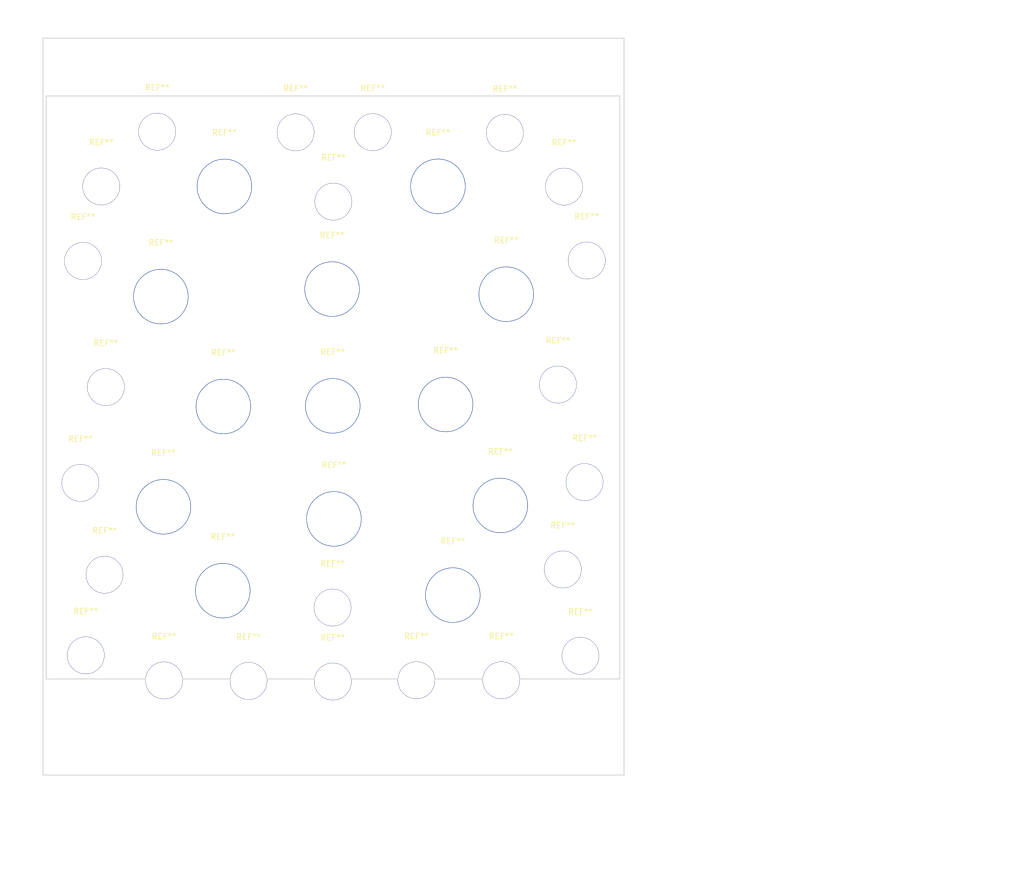
<source format=kicad_pcb>
(kicad_pcb (version 20171130) (host pcbnew 5.0.2+dfsg1-1)

  (general
    (thickness 1.6)
    (drawings 64)
    (tracks 0)
    (zones 0)
    (modules 36)
    (nets 1)
  )

  (page A4)
  (layers
    (0 F.Cu signal)
    (31 B.Cu signal)
    (32 B.Adhes user)
    (33 F.Adhes user)
    (34 B.Paste user)
    (35 F.Paste user)
    (36 B.SilkS user)
    (37 F.SilkS user)
    (38 B.Mask user)
    (39 F.Mask user)
    (40 Dwgs.User user)
    (41 Cmts.User user)
    (42 Eco1.User user)
    (43 Eco2.User user)
    (44 Edge.Cuts user)
    (45 Margin user)
    (46 B.CrtYd user)
    (47 F.CrtYd user)
    (48 B.Fab user)
    (49 F.Fab user)
  )

  (setup
    (last_trace_width 0.25)
    (trace_clearance 0.2)
    (zone_clearance 0.508)
    (zone_45_only no)
    (trace_min 0.2)
    (segment_width 0.2)
    (edge_width 0.15)
    (via_size 0.8)
    (via_drill 0.4)
    (via_min_size 0.4)
    (via_min_drill 0.3)
    (uvia_size 0.3)
    (uvia_drill 0.1)
    (uvias_allowed no)
    (uvia_min_size 0.2)
    (uvia_min_drill 0.1)
    (pcb_text_width 0.3)
    (pcb_text_size 1.5 1.5)
    (mod_edge_width 0.15)
    (mod_text_size 1 1)
    (mod_text_width 0.15)
    (pad_size 1.524 1.524)
    (pad_drill 0.762)
    (pad_to_mask_clearance 0.051)
    (solder_mask_min_width 0.25)
    (aux_axis_origin 0 0)
    (visible_elements FFFFF77F)
    (pcbplotparams
      (layerselection 0x010fc_ffffffff)
      (usegerberextensions false)
      (usegerberattributes false)
      (usegerberadvancedattributes false)
      (creategerberjobfile false)
      (excludeedgelayer true)
      (linewidth 0.050000)
      (plotframeref false)
      (viasonmask false)
      (mode 1)
      (useauxorigin false)
      (hpglpennumber 1)
      (hpglpenspeed 20)
      (hpglpendiameter 15.000000)
      (psnegative false)
      (psa4output false)
      (plotreference true)
      (plotvalue true)
      (plotinvisibletext false)
      (padsonsilk false)
      (subtractmaskfromsilk false)
      (outputformat 1)
      (mirror false)
      (drillshape 1)
      (scaleselection 1)
      (outputdirectory ""))
  )

  (net 0 "")

  (net_class Default "This is the default net class."
    (clearance 0.2)
    (trace_width 0.25)
    (via_dia 0.8)
    (via_drill 0.4)
    (uvia_dia 0.3)
    (uvia_drill 0.1)
  )

  (module Mounting_Holes:MountingHole_6.4mm_M6 (layer F.Cu) (tedit 5D88B688) (tstamp 5FECF071)
    (at 137.42 159.33)
    (descr "Mounting Hole 6.4mm, no annular, M6")
    (tags "mounting hole 6.4mm no annular m6")
    (fp_text reference REF** (at 0 -7.4) (layer F.SilkS)
      (effects (font (size 1 1) (thickness 0.15)))
    )
    (fp_text value MountingHole_6.4mm_M6 (at 0 7.4) (layer F.Fab)
      (effects (font (size 1 1) (thickness 0.15)))
    )
    (fp_circle (center 0 0) (end 6.4 0) (layer Cmts.User) (width 0.15))
    (fp_circle (center 0 0) (end 6.65 0) (layer F.CrtYd) (width 0.05))
    (pad "" thru_hole circle (at 0 0.28) (size 6.5 6.5) (drill 6.4) (layers *.Cu *.Mask))
  )

  (module Mounting_Holes:MountingHole_6.4mm_M6 (layer F.Cu) (tedit 5D88B688) (tstamp 5FECF05D)
    (at 108.15 159.45)
    (descr "Mounting Hole 6.4mm, no annular, M6")
    (tags "mounting hole 6.4mm no annular m6")
    (fp_text reference REF** (at 0 -7.4) (layer F.SilkS)
      (effects (font (size 1 1) (thickness 0.15)))
    )
    (fp_text value MountingHole_6.4mm_M6 (at 0 7.4) (layer F.Fab)
      (effects (font (size 1 1) (thickness 0.15)))
    )
    (fp_circle (center 0 0) (end 6.65 0) (layer F.CrtYd) (width 0.05))
    (fp_circle (center 0 0) (end 6.4 0) (layer Cmts.User) (width 0.15))
    (pad "" thru_hole circle (at 0 0.28) (size 6.5 6.5) (drill 6.4) (layers *.Cu *.Mask))
  )

  (module Mounting_Holes:MountingHole_6.4mm_M6 (layer F.Cu) (tedit 5D88B688) (tstamp 5FF7A141)
    (at 129.82 63.72)
    (descr "Mounting Hole 6.4mm, no annular, M6")
    (tags "mounting hole 6.4mm no annular m6")
    (fp_text reference REF** (at 0 -7.4) (layer F.SilkS)
      (effects (font (size 1 1) (thickness 0.15)))
    )
    (fp_text value MountingHole_6.4mm_M6 (at 0 7.4) (layer F.Fab)
      (effects (font (size 1 1) (thickness 0.15)))
    )
    (fp_circle (center 0 0) (end 6.4 0) (layer Cmts.User) (width 0.15))
    (fp_circle (center 0 0) (end 6.65 0) (layer F.CrtYd) (width 0.05))
    (pad "" thru_hole circle (at 0 0.28) (size 6.5 6.5) (drill 6.4) (layers *.Cu *.Mask))
  )

  (module Mounting_Holes:MountingHole_6.4mm_M6 (layer F.Cu) (tedit 5D88B688) (tstamp 5FECFFDD)
    (at 166.05 155.06)
    (descr "Mounting Hole 6.4mm, no annular, M6")
    (tags "mounting hole 6.4mm no annular m6")
    (fp_text reference REF** (at 0 -7.4) (layer F.SilkS)
      (effects (font (size 1 1) (thickness 0.15)))
    )
    (fp_text value MountingHole_6.4mm_M6 (at 0 7.4) (layer F.Fab)
      (effects (font (size 1 1) (thickness 0.15)))
    )
    (fp_circle (center 0 0) (end 6.4 0) (layer Cmts.User) (width 0.15))
    (fp_circle (center 0 0) (end 6.65 0) (layer F.CrtYd) (width 0.05))
    (pad "" thru_hole circle (at 0 0.28) (size 6.5 6.5) (drill 6.4) (layers *.Cu *.Mask))
  )

  (module Mounting_Holes:MountingHole_6.4mm_M6 (layer F.Cu) (tedit 5D88B688) (tstamp 5FECFFD0)
    (at 152.23 159.33)
    (descr "Mounting Hole 6.4mm, no annular, M6")
    (tags "mounting hole 6.4mm no annular m6")
    (fp_text reference REF** (at 0 -7.4) (layer F.SilkS)
      (effects (font (size 1 1) (thickness 0.15)))
    )
    (fp_text value MountingHole_6.4mm_M6 (at 0 7.4) (layer F.Fab)
      (effects (font (size 1 1) (thickness 0.15)))
    )
    (fp_circle (center 0 0) (end 6.65 0) (layer F.CrtYd) (width 0.05))
    (fp_circle (center 0 0) (end 6.4 0) (layer Cmts.User) (width 0.15))
    (pad "" thru_hole circle (at 0 0.28) (size 6.5 6.5) (drill 6.4) (layers *.Cu *.Mask))
  )

  (module Mounting_Holes:MountingHole_6.4mm_M6 (layer F.Cu) (tedit 5D88B688) (tstamp 5FECFFA8)
    (at 93.4 159.36)
    (descr "Mounting Hole 6.4mm, no annular, M6")
    (tags "mounting hole 6.4mm no annular m6")
    (fp_text reference REF** (at 0 -7.4) (layer F.SilkS)
      (effects (font (size 1 1) (thickness 0.15)))
    )
    (fp_text value MountingHole_6.4mm_M6 (at 0 7.4) (layer F.Fab)
      (effects (font (size 1 1) (thickness 0.15)))
    )
    (fp_circle (center 0 0) (end 6.4 0) (layer Cmts.User) (width 0.15))
    (fp_circle (center 0 0) (end 6.65 0) (layer F.CrtYd) (width 0.05))
    (pad "" thru_hole circle (at 0 0.28) (size 6.5 6.5) (drill 6.4) (layers *.Cu *.Mask))
  )

  (module Mounting_Holes:MountingHole_6.4mm_M6 (layer F.Cu) (tedit 5D88B688) (tstamp 5FECFF9B)
    (at 79.75 154.98)
    (descr "Mounting Hole 6.4mm, no annular, M6")
    (tags "mounting hole 6.4mm no annular m6")
    (fp_text reference REF** (at 0 -7.4) (layer F.SilkS)
      (effects (font (size 1 1) (thickness 0.15)))
    )
    (fp_text value MountingHole_6.4mm_M6 (at 0 7.4) (layer F.Fab)
      (effects (font (size 1 1) (thickness 0.15)))
    )
    (fp_circle (center 0 0) (end 6.65 0) (layer F.CrtYd) (width 0.05))
    (fp_circle (center 0 0) (end 6.4 0) (layer Cmts.User) (width 0.15))
    (pad "" thru_hole circle (at 0 0.28) (size 6.5 6.5) (drill 6.4) (layers *.Cu *.Mask))
  )

  (module Mounting_Holes:MountingHole_6.4mm_M6 (layer F.Cu) (tedit 5D88B688) (tstamp 5FECF572)
    (at 163.18 73.21)
    (descr "Mounting Hole 6.4mm, no annular, M6")
    (tags "mounting hole 6.4mm no annular m6")
    (fp_text reference REF** (at 0 -7.4) (layer F.SilkS)
      (effects (font (size 1 1) (thickness 0.15)))
    )
    (fp_text value MountingHole_6.4mm_M6 (at 0 7.4) (layer F.Fab)
      (effects (font (size 1 1) (thickness 0.15)))
    )
    (fp_circle (center 0 0) (end 6.65 0) (layer F.CrtYd) (width 0.05))
    (fp_circle (center 0 0) (end 6.4 0) (layer Cmts.User) (width 0.15))
    (pad "" thru_hole circle (at 0 0.28) (size 6.5 6.5) (drill 6.4) (layers *.Cu *.Mask))
  )

  (module Mounting_Holes:MountingHole_6.4mm_M6 (layer F.Cu) (tedit 5D88B688) (tstamp 5FECF565)
    (at 82.45 73.19)
    (descr "Mounting Hole 6.4mm, no annular, M6")
    (tags "mounting hole 6.4mm no annular m6")
    (fp_text reference REF** (at 0 -7.4) (layer F.SilkS)
      (effects (font (size 1 1) (thickness 0.15)))
    )
    (fp_text value MountingHole_6.4mm_M6 (at 0 7.4) (layer F.Fab)
      (effects (font (size 1 1) (thickness 0.15)))
    )
    (fp_circle (center 0 0) (end 6.4 0) (layer Cmts.User) (width 0.15))
    (fp_circle (center 0 0) (end 6.65 0) (layer F.CrtYd) (width 0.05))
    (pad "" thru_hole circle (at 0 0.28) (size 6.5 6.5) (drill 6.4) (layers *.Cu *.Mask))
  )

  (module Mounting_Holes:MountingHole_6.4mm_M6 (layer F.Cu) (tedit 5D88B688) (tstamp 5FECF535)
    (at 122.84 159.55)
    (descr "Mounting Hole 6.4mm, no annular, M6")
    (tags "mounting hole 6.4mm no annular m6")
    (fp_text reference REF** (at 0 -7.4) (layer F.SilkS)
      (effects (font (size 1 1) (thickness 0.15)))
    )
    (fp_text value MountingHole_6.4mm_M6 (at 0 7.4) (layer F.Fab)
      (effects (font (size 1 1) (thickness 0.15)))
    )
    (fp_circle (center 0 0) (end 6.4 0) (layer Cmts.User) (width 0.15))
    (fp_circle (center 0 0) (end 6.65 0) (layer F.CrtYd) (width 0.05))
    (pad "" thru_hole circle (at 0 0.28) (size 6.5 6.5) (drill 6.4) (layers *.Cu *.Mask))
  )

  (module Mounting_Holes:MountingHole_6.4mm_M6 (layer F.Cu) (tedit 5D88B688) (tstamp 5FECF443)
    (at 79.27 86.18)
    (descr "Mounting Hole 6.4mm, no annular, M6")
    (tags "mounting hole 6.4mm no annular m6")
    (fp_text reference REF** (at 0 -7.4) (layer F.SilkS)
      (effects (font (size 1 1) (thickness 0.15)))
    )
    (fp_text value MountingHole_6.4mm_M6 (at 0 7.4) (layer F.Fab)
      (effects (font (size 1 1) (thickness 0.15)))
    )
    (fp_circle (center 0 0) (end 6.4 0) (layer Cmts.User) (width 0.15))
    (fp_circle (center 0 0) (end 6.65 0) (layer F.CrtYd) (width 0.05))
    (pad "" thru_hole circle (at 0 0.28) (size 6.5 6.5) (drill 6.4) (layers *.Cu *.Mask))
  )

  (module Mounting_Holes:MountingHole_6.4mm_M6 (layer F.Cu) (tedit 5D88B688) (tstamp 5FECF436)
    (at 167.14 86.1)
    (descr "Mounting Hole 6.4mm, no annular, M6")
    (tags "mounting hole 6.4mm no annular m6")
    (fp_text reference REF** (at 0 -7.4) (layer F.SilkS)
      (effects (font (size 1 1) (thickness 0.15)))
    )
    (fp_text value MountingHole_6.4mm_M6 (at 0 7.4) (layer F.Fab)
      (effects (font (size 1 1) (thickness 0.15)))
    )
    (fp_circle (center 0 0) (end 6.65 0) (layer F.CrtYd) (width 0.05))
    (fp_circle (center 0 0) (end 6.4 0) (layer Cmts.User) (width 0.15))
    (pad "" thru_hole circle (at 0 0.28) (size 6.5 6.5) (drill 6.4) (layers *.Cu *.Mask))
  )

  (module Mounting_Holes:MountingHole_6.4mm_M6 (layer F.Cu) (tedit 5D88B688) (tstamp 5FECF131)
    (at 116.35 63.75)
    (descr "Mounting Hole 6.4mm, no annular, M6")
    (tags "mounting hole 6.4mm no annular m6")
    (fp_text reference REF** (at 0 -7.4) (layer F.SilkS)
      (effects (font (size 1 1) (thickness 0.15)))
    )
    (fp_text value MountingHole_6.4mm_M6 (at 0 7.4) (layer F.Fab)
      (effects (font (size 1 1) (thickness 0.15)))
    )
    (fp_circle (center 0 0) (end 6.65 0) (layer F.CrtYd) (width 0.05))
    (fp_circle (center 0 0) (end 6.4 0) (layer Cmts.User) (width 0.15))
    (pad "" thru_hole circle (at 0 0.28) (size 6.5 6.5) (drill 6.4) (layers *.Cu *.Mask))
  )

  (module Mounting_Holes:MountingHole_6.4mm_M6 (layer F.Cu) (tedit 5D88B688) (tstamp 5FEC9424)
    (at 122.8 146.64)
    (descr "Mounting Hole 6.4mm, no annular, M6")
    (tags "mounting hole 6.4mm no annular m6")
    (fp_text reference REF** (at 0 -7.4) (layer F.SilkS)
      (effects (font (size 1 1) (thickness 0.15)))
    )
    (fp_text value MountingHole_6.4mm_M6 (at 0 7.4) (layer F.Fab)
      (effects (font (size 1 1) (thickness 0.15)))
    )
    (fp_circle (center 0 0) (end 6.65 0) (layer F.CrtYd) (width 0.05))
    (fp_circle (center 0 0) (end 6.4 0) (layer Cmts.User) (width 0.15))
    (pad "" thru_hole circle (at 0 0.28) (size 6.5 6.5) (drill 6.4) (layers *.Cu *.Mask))
  )

  (module Mounting_Holes:MountingHole_6.4mm_M6 (layer F.Cu) (tedit 5D88B688) (tstamp 5FEC9402)
    (at 166.76 124.76)
    (descr "Mounting Hole 6.4mm, no annular, M6")
    (tags "mounting hole 6.4mm no annular m6")
    (fp_text reference REF** (at 0 -7.4) (layer F.SilkS)
      (effects (font (size 1 1) (thickness 0.15)))
    )
    (fp_text value MountingHole_6.4mm_M6 (at 0 7.4) (layer F.Fab)
      (effects (font (size 1 1) (thickness 0.15)))
    )
    (fp_circle (center 0 0) (end 6.4 0) (layer Cmts.User) (width 0.15))
    (fp_circle (center 0 0) (end 6.65 0) (layer F.CrtYd) (width 0.05))
    (pad "" thru_hole circle (at 0 0.28) (size 6.5 6.5) (drill 6.4) (layers *.Cu *.Mask))
  )

  (module Mounting_Holes:MountingHole_6.4mm_M6 (layer F.Cu) (tedit 5D88B688) (tstamp 5FEC93F5)
    (at 78.81 124.9)
    (descr "Mounting Hole 6.4mm, no annular, M6")
    (tags "mounting hole 6.4mm no annular m6")
    (fp_text reference REF** (at 0 -7.4) (layer F.SilkS)
      (effects (font (size 1 1) (thickness 0.15)))
    )
    (fp_text value MountingHole_6.4mm_M6 (at 0 7.4) (layer F.Fab)
      (effects (font (size 1 1) (thickness 0.15)))
    )
    (fp_circle (center 0 0) (end 6.65 0) (layer F.CrtYd) (width 0.05))
    (fp_circle (center 0 0) (end 6.4 0) (layer Cmts.User) (width 0.15))
    (pad "" thru_hole circle (at 0 0.28) (size 6.5 6.5) (drill 6.4) (layers *.Cu *.Mask))
  )

  (module Mounting_Holes:MountingHole_6.4mm_M6 (layer F.Cu) (tedit 5D88B688) (tstamp 5FEC93E8)
    (at 83.25 108.19)
    (descr "Mounting Hole 6.4mm, no annular, M6")
    (tags "mounting hole 6.4mm no annular m6")
    (fp_text reference REF** (at 0 -7.4) (layer F.SilkS)
      (effects (font (size 1 1) (thickness 0.15)))
    )
    (fp_text value MountingHole_6.4mm_M6 (at 0 7.4) (layer F.Fab)
      (effects (font (size 1 1) (thickness 0.15)))
    )
    (fp_circle (center 0 0) (end 6.4 0) (layer Cmts.User) (width 0.15))
    (fp_circle (center 0 0) (end 6.65 0) (layer F.CrtYd) (width 0.05))
    (pad "" thru_hole circle (at 0 0.28) (size 6.5 6.5) (drill 6.4) (layers *.Cu *.Mask))
  )

  (module Mounting_Holes:MountingHole_6.4mm_M6 (layer F.Cu) (tedit 5D88B688) (tstamp 5FEC93DB)
    (at 162.12 107.74)
    (descr "Mounting Hole 6.4mm, no annular, M6")
    (tags "mounting hole 6.4mm no annular m6")
    (fp_text reference REF** (at 0 -7.4) (layer F.SilkS)
      (effects (font (size 1 1) (thickness 0.15)))
    )
    (fp_text value MountingHole_6.4mm_M6 (at 0 7.4) (layer F.Fab)
      (effects (font (size 1 1) (thickness 0.15)))
    )
    (fp_circle (center 0 0) (end 6.65 0) (layer F.CrtYd) (width 0.05))
    (fp_circle (center 0 0) (end 6.4 0) (layer Cmts.User) (width 0.15))
    (pad "" thru_hole circle (at 0 0.28) (size 6.5 6.5) (drill 6.4) (layers *.Cu *.Mask))
  )

  (module Mounting_Holes:MountingHole_6.4mm_M6 (layer F.Cu) (tedit 5D88B688) (tstamp 5FEC93CE)
    (at 122.94 75.83)
    (descr "Mounting Hole 6.4mm, no annular, M6")
    (tags "mounting hole 6.4mm no annular m6")
    (fp_text reference REF** (at 0 -7.4) (layer F.SilkS)
      (effects (font (size 1 1) (thickness 0.15)))
    )
    (fp_text value MountingHole_6.4mm_M6 (at 0 7.4) (layer F.Fab)
      (effects (font (size 1 1) (thickness 0.15)))
    )
    (fp_circle (center 0 0) (end 6.4 0) (layer Cmts.User) (width 0.15))
    (fp_circle (center 0 0) (end 6.65 0) (layer F.CrtYd) (width 0.05))
    (pad "" thru_hole circle (at 0 0.28) (size 6.5 6.5) (drill 6.4) (layers *.Cu *.Mask))
  )

  (module Mounting_Holes:MountingHole_6.4mm_M6 (layer F.Cu) (tedit 5D88B688) (tstamp 5FEC93BA)
    (at 83.02 140.91)
    (descr "Mounting Hole 6.4mm, no annular, M6")
    (tags "mounting hole 6.4mm no annular m6")
    (fp_text reference REF** (at 0 -7.4) (layer F.SilkS)
      (effects (font (size 1 1) (thickness 0.15)))
    )
    (fp_text value MountingHole_6.4mm_M6 (at 0 7.4) (layer F.Fab)
      (effects (font (size 1 1) (thickness 0.15)))
    )
    (fp_circle (center 0 0) (end 6.4 0) (layer Cmts.User) (width 0.15))
    (fp_circle (center 0 0) (end 6.65 0) (layer F.CrtYd) (width 0.05))
    (pad "" thru_hole circle (at 0 0.28) (size 6.5 6.5) (drill 6.4) (layers *.Cu *.Mask))
  )

  (module Mounting_Holes:MountingHole_6.4mm_M6 (layer F.Cu) (tedit 5D88B688) (tstamp 5FEC93AD)
    (at 162.96 140)
    (descr "Mounting Hole 6.4mm, no annular, M6")
    (tags "mounting hole 6.4mm no annular m6")
    (fp_text reference REF** (at 0 -7.4) (layer F.SilkS)
      (effects (font (size 1 1) (thickness 0.15)))
    )
    (fp_text value MountingHole_6.4mm_M6 (at 0 7.4) (layer F.Fab)
      (effects (font (size 1 1) (thickness 0.15)))
    )
    (fp_circle (center 0 0) (end 6.65 0) (layer F.CrtYd) (width 0.05))
    (fp_circle (center 0 0) (end 6.4 0) (layer Cmts.User) (width 0.15))
    (pad "" thru_hole circle (at 0 0.28) (size 6.5 6.5) (drill 6.4) (layers *.Cu *.Mask))
  )

  (module Mounting_Holes:MountingHole_6.4mm_M6 (layer F.Cu) (tedit 5D88B688) (tstamp 5FEC9392)
    (at 152.86 63.84)
    (descr "Mounting Hole 6.4mm, no annular, M6")
    (tags "mounting hole 6.4mm no annular m6")
    (fp_text reference REF** (at 0 -7.4) (layer F.SilkS)
      (effects (font (size 1 1) (thickness 0.15)))
    )
    (fp_text value MountingHole_6.4mm_M6 (at 0 7.4) (layer F.Fab)
      (effects (font (size 1 1) (thickness 0.15)))
    )
    (fp_circle (center 0 0) (end 6.4 0) (layer Cmts.User) (width 0.15))
    (fp_circle (center 0 0) (end 6.65 0) (layer F.CrtYd) (width 0.05))
    (pad "" thru_hole circle (at 0 0.28) (size 6.5 6.5) (drill 6.4) (layers *.Cu *.Mask))
  )

  (module Mounting_Holes:MountingHole_8.4mm_M8 (layer F.Cu) (tedit 5FEC5CDA) (tstamp 5FEC8265)
    (at 93.3 129.35)
    (descr "Mounting Hole 8.4mm, no annular, M8")
    (tags "mounting hole 8.4mm no annular m8")
    (fp_text reference REF** (at 0 -9.4) (layer F.SilkS)
      (effects (font (size 1 1) (thickness 0.15)))
    )
    (fp_text value MountingHole_8.4mm_M8 (at 0 9.4) (layer F.Fab)
      (effects (font (size 1 1) (thickness 0.15)))
    )
    (fp_circle (center 0 0) (end 8.4 0) (layer Cmts.User) (width 0.15))
    (fp_circle (center 0 0) (end 8.65 0) (layer F.CrtYd) (width 0.05))
    (pad "" np_thru_hole circle (at 0 0) (size 9.6 9.6) (drill 9.4) (layers *.Cu *.Mask))
  )

  (module Mounting_Holes:MountingHole_8.4mm_M8 (layer F.Cu) (tedit 5FEC5CDA) (tstamp 5FEC8251)
    (at 152.07 129.11)
    (descr "Mounting Hole 8.4mm, no annular, M8")
    (tags "mounting hole 8.4mm no annular m8")
    (fp_text reference REF** (at 0 -9.4) (layer F.SilkS)
      (effects (font (size 1 1) (thickness 0.15)))
    )
    (fp_text value MountingHole_8.4mm_M8 (at 0 9.4) (layer F.Fab)
      (effects (font (size 1 1) (thickness 0.15)))
    )
    (fp_circle (center 0 0) (end 8.65 0) (layer F.CrtYd) (width 0.05))
    (fp_circle (center 0 0) (end 8.4 0) (layer Cmts.User) (width 0.15))
    (pad "" np_thru_hole circle (at 0 0) (size 9.6 9.6) (drill 9.4) (layers *.Cu *.Mask))
  )

  (module Mounting_Holes:MountingHole_8.4mm_M8 (layer F.Cu) (tedit 5FEC5CDA) (tstamp 5FEC8244)
    (at 153.1 92.26)
    (descr "Mounting Hole 8.4mm, no annular, M8")
    (tags "mounting hole 8.4mm no annular m8")
    (fp_text reference REF** (at 0 -9.4) (layer F.SilkS)
      (effects (font (size 1 1) (thickness 0.15)))
    )
    (fp_text value MountingHole_8.4mm_M8 (at 0 9.4) (layer F.Fab)
      (effects (font (size 1 1) (thickness 0.15)))
    )
    (fp_circle (center 0 0) (end 8.4 0) (layer Cmts.User) (width 0.15))
    (fp_circle (center 0 0) (end 8.65 0) (layer F.CrtYd) (width 0.05))
    (pad "" np_thru_hole circle (at 0 0) (size 9.6 9.6) (drill 9.4) (layers *.Cu *.Mask))
  )

  (module Mounting_Holes:MountingHole_8.4mm_M8 (layer F.Cu) (tedit 5FEC5CDA) (tstamp 5FEC7A7E)
    (at 92.85 92.68)
    (descr "Mounting Hole 8.4mm, no annular, M8")
    (tags "mounting hole 8.4mm no annular m8")
    (fp_text reference REF** (at 0 -9.4) (layer F.SilkS)
      (effects (font (size 1 1) (thickness 0.15)))
    )
    (fp_text value MountingHole_8.4mm_M8 (at 0 9.4) (layer F.Fab)
      (effects (font (size 1 1) (thickness 0.15)))
    )
    (fp_circle (center 0 0) (end 8.65 0) (layer F.CrtYd) (width 0.05))
    (fp_circle (center 0 0) (end 8.4 0) (layer Cmts.User) (width 0.15))
    (pad "" np_thru_hole circle (at 0 0) (size 9.6 9.6) (drill 9.4) (layers *.Cu *.Mask))
  )

  (module Mounting_Holes:MountingHole_8.4mm_M8 (layer F.Cu) (tedit 5FEC5CDA) (tstamp 5FEC77DC)
    (at 103.65 143.98)
    (descr "Mounting Hole 8.4mm, no annular, M8")
    (tags "mounting hole 8.4mm no annular m8")
    (fp_text reference REF** (at 0 -9.4) (layer F.SilkS)
      (effects (font (size 1 1) (thickness 0.15)))
    )
    (fp_text value MountingHole_8.4mm_M8 (at 0 9.4) (layer F.Fab)
      (effects (font (size 1 1) (thickness 0.15)))
    )
    (fp_circle (center 0 0) (end 8.65 0) (layer F.CrtYd) (width 0.05))
    (fp_circle (center 0 0) (end 8.4 0) (layer Cmts.User) (width 0.15))
    (pad "" np_thru_hole circle (at 0 0) (size 9.6 9.6) (drill 9.4) (layers *.Cu *.Mask))
  )

  (module Mounting_Holes:MountingHole_8.4mm_M8 (layer F.Cu) (tedit 5FEC5CDA) (tstamp 5FEC77C8)
    (at 143.78 144.75)
    (descr "Mounting Hole 8.4mm, no annular, M8")
    (tags "mounting hole 8.4mm no annular m8")
    (fp_text reference REF** (at 0 -9.4) (layer F.SilkS)
      (effects (font (size 1 1) (thickness 0.15)))
    )
    (fp_text value MountingHole_8.4mm_M8 (at 0.66 6.47) (layer F.Fab)
      (effects (font (size 1 1) (thickness 0.15)))
    )
    (fp_circle (center 0 0) (end 8.4 0) (layer Cmts.User) (width 0.15))
    (fp_circle (center 0 0) (end 8.65 0) (layer F.CrtYd) (width 0.05))
    (pad "" np_thru_hole circle (at 0 0) (size 9.6 9.6) (drill 9.4) (layers *.Cu *.Mask))
  )

  (module Mounting_Holes:MountingHole_8.4mm_M8 (layer F.Cu) (tedit 5FEC5CDA) (tstamp 5FEC77B4)
    (at 141.19 73.44)
    (descr "Mounting Hole 8.4mm, no annular, M8")
    (tags "mounting hole 8.4mm no annular m8")
    (fp_text reference REF** (at 0 -9.4) (layer F.SilkS)
      (effects (font (size 1 1) (thickness 0.15)))
    )
    (fp_text value MountingHole_8.4mm_M8 (at 0 9.4) (layer F.Fab)
      (effects (font (size 1 1) (thickness 0.15)))
    )
    (fp_circle (center 0 0) (end 8.65 0) (layer F.CrtYd) (width 0.05))
    (fp_circle (center 0 0) (end 8.4 0) (layer Cmts.User) (width 0.15))
    (pad "" np_thru_hole circle (at 0 0) (size 9.6 9.6) (drill 9.4) (layers *.Cu *.Mask))
  )

  (module Mounting_Holes:MountingHole_8.4mm_M8 (layer F.Cu) (tedit 5FEC5CDA) (tstamp 5FEC7799)
    (at 103.93 73.46)
    (descr "Mounting Hole 8.4mm, no annular, M8")
    (tags "mounting hole 8.4mm no annular m8")
    (fp_text reference REF** (at 0 -9.4) (layer F.SilkS)
      (effects (font (size 1 1) (thickness 0.15)))
    )
    (fp_text value MountingHole_8.4mm_M8 (at 0 9.4) (layer F.Fab)
      (effects (font (size 1 1) (thickness 0.15)))
    )
    (fp_circle (center 0 0) (end 8.4 0) (layer Cmts.User) (width 0.15))
    (fp_circle (center 0 0) (end 8.65 0) (layer F.CrtYd) (width 0.05))
    (pad "" np_thru_hole circle (at 0 0) (size 9.6 9.6) (drill 9.4) (layers *.Cu *.Mask))
  )

  (module Mounting_Holes:MountingHole_8.4mm_M8 (layer F.Cu) (tedit 5FEC5CDA) (tstamp 5FEC774E)
    (at 122.84 111.74)
    (descr "Mounting Hole 8.4mm, no annular, M8")
    (tags "mounting hole 8.4mm no annular m8")
    (fp_text reference REF** (at 0 -9.4) (layer F.SilkS)
      (effects (font (size 1 1) (thickness 0.15)))
    )
    (fp_text value MountingHole_8.4mm_M8 (at 0 9.4) (layer F.Fab)
      (effects (font (size 1 1) (thickness 0.15)))
    )
    (fp_circle (center 0 0) (end 8.4 0) (layer Cmts.User) (width 0.15))
    (fp_circle (center 0 0) (end 8.65 0) (layer F.CrtYd) (width 0.05))
    (pad "" np_thru_hole circle (at 0 0) (size 9.6 9.6) (drill 9.4) (layers *.Cu *.Mask))
  )

  (module Mounting_Holes:MountingHole_8.4mm_M8 (layer F.Cu) (tedit 5FEC5CDA) (tstamp 5FEC7196)
    (at 123.04 131.46)
    (descr "Mounting Hole 8.4mm, no annular, M8")
    (tags "mounting hole 8.4mm no annular m8")
    (fp_text reference REF** (at 0 -9.4) (layer F.SilkS)
      (effects (font (size 1 1) (thickness 0.15)))
    )
    (fp_text value MountingHole_8.4mm_M8 (at 0 9.4) (layer F.Fab)
      (effects (font (size 1 1) (thickness 0.15)))
    )
    (fp_circle (center 0 0) (end 8.4 0) (layer Cmts.User) (width 0.15))
    (fp_circle (center 0 0) (end 8.65 0) (layer F.CrtYd) (width 0.05))
    (pad "" np_thru_hole circle (at 0 0) (size 9.6 9.6) (drill 9.4) (layers *.Cu *.Mask))
  )

  (module Mounting_Holes:MountingHole_8.4mm_M8 (layer F.Cu) (tedit 5FEC5CDA) (tstamp 5FEC7174)
    (at 122.72 91.37)
    (descr "Mounting Hole 8.4mm, no annular, M8")
    (tags "mounting hole 8.4mm no annular m8")
    (fp_text reference REF** (at 0 -9.4) (layer F.SilkS)
      (effects (font (size 1 1) (thickness 0.15)))
    )
    (fp_text value MountingHole_8.4mm_M8 (at 0 9.4) (layer F.Fab)
      (effects (font (size 1 1) (thickness 0.15)))
    )
    (fp_circle (center 0 0) (end 8.65 0) (layer F.CrtYd) (width 0.05))
    (fp_circle (center 0 0) (end 8.4 0) (layer Cmts.User) (width 0.15))
    (pad "" np_thru_hole circle (at 0 0) (size 9.6 9.6) (drill 9.4) (layers *.Cu *.Mask))
  )

  (module Mounting_Holes:MountingHole_8.4mm_M8 (layer F.Cu) (tedit 5FEC5CDA) (tstamp 5FEC6513)
    (at 142.52 111.5)
    (descr "Mounting Hole 8.4mm, no annular, M8")
    (tags "mounting hole 8.4mm no annular m8")
    (fp_text reference REF** (at 0 -9.4) (layer F.SilkS)
      (effects (font (size 1 1) (thickness 0.15)))
    )
    (fp_text value MountingHole_8.4mm_M8 (at 0 9.4) (layer F.Fab)
      (effects (font (size 1 1) (thickness 0.15)))
    )
    (fp_circle (center 0 0) (end 8.4 0) (layer Cmts.User) (width 0.15))
    (fp_circle (center 0 0) (end 8.65 0) (layer F.CrtYd) (width 0.05))
    (pad "" np_thru_hole circle (at 0 0) (size 9.6 9.6) (drill 9.4) (layers *.Cu *.Mask))
  )

  (module Mounting_Holes:MountingHole_8.4mm_M8 (layer F.Cu) (tedit 5FEC5CDA) (tstamp 5FEC61C0)
    (at 103.75 111.85)
    (descr "Mounting Hole 8.4mm, no annular, M8")
    (tags "mounting hole 8.4mm no annular m8")
    (fp_text reference REF** (at 0 -9.4) (layer F.SilkS)
      (effects (font (size 1 1) (thickness 0.15)))
    )
    (fp_text value MountingHole_8.4mm_M8 (at 0 9.4) (layer F.Fab)
      (effects (font (size 1 1) (thickness 0.15)))
    )
    (fp_circle (center 0 0) (end 8.65 0) (layer F.CrtYd) (width 0.05))
    (fp_circle (center 0 0) (end 8.4 0) (layer Cmts.User) (width 0.15))
    (pad "" np_thru_hole circle (at 0 0) (size 9.6 9.6) (drill 9.4) (layers *.Cu *.Mask))
  )

  (module Mounting_Holes:MountingHole_6.4mm_M6 (layer F.Cu) (tedit 5D88B688) (tstamp 5FEC8958)
    (at 92.2 63.63)
    (descr "Mounting Hole 6.4mm, no annular, M6")
    (tags "mounting hole 6.4mm no annular m6")
    (fp_text reference REF** (at 0 -7.4) (layer F.SilkS)
      (effects (font (size 1 1) (thickness 0.15)))
    )
    (fp_text value MountingHole_6.4mm_M6 (at 0 7.4) (layer F.Fab)
      (effects (font (size 1 1) (thickness 0.15)))
    )
    (fp_circle (center 0 0) (end 6.65 0) (layer F.CrtYd) (width 0.05))
    (fp_circle (center 0 0) (end 6.4 0) (layer Cmts.User) (width 0.15))
    (pad "" thru_hole circle (at 0 0.28) (size 6.5 6.5) (drill 6.4) (layers *.Cu *.Mask))
  )

  (gr_line (start 92.42 182.94) (end 92.81 182.55) (layer Dwgs.User) (width 0.2) (tstamp 5FF4DAEB))
  (gr_line (start 92.81 87.69) (end 92.81 182.55) (layer Dwgs.User) (width 0.2))
  (gr_line (start 103.5 195.91) (end 103.86 195.55) (layer Dwgs.User) (width 0.2) (tstamp 5FF4DAD3))
  (gr_line (start 103.86 68.5) (end 103.86 195.55) (layer Dwgs.User) (width 0.2))
  (gr_line (start 179.12 128.47) (end 178.66 128.93) (layer Dwgs.User) (width 0.2) (tstamp 5FF4DAC9))
  (gr_line (start 88.96 128.93) (end 178.66 128.93) (layer Dwgs.User) (width 0.2))
  (gr_line (start 75.72 124.93) (end 189.08 124.93) (layer Dwgs.User) (width 0.2))
  (gr_line (start 215.66 155.32) (end 78.96 155.32) (layer Dwgs.User) (width 0.2) (tstamp 5FF4DA84))
  (gr_line (start 90.12 159.37) (end 189.45 159.37) (layer Dwgs.User) (width 0.2))
  (gr_line (start 179.65 85.94) (end 179.35 86.24) (layer Dwgs.User) (width 0.2) (tstamp 5FF4DA01))
  (gr_line (start 72.82 86.24) (end 179.35 86.24) (layer Dwgs.User) (width 0.2))
  (gr_line (start 185.01 73.03) (end 184.59 73.45) (layer Dwgs.User) (width 0.2) (tstamp 5FF4D9D4))
  (gr_line (start 79.24 73.45) (end 184.59 73.45) (layer Dwgs.User) (width 0.2))
  (gr_line (start 177.24 63.81) (end 91.94 63.81) (layer Dwgs.User) (width 0.2) (tstamp 5FF4D98E))
  (gr_text "TODO: check distances and lower margins, align all" (at 172.02 42.34) (layer Dwgs.User)
    (effects (font (size 1.5 1.5) (thickness 0.3)))
  )
  (gr_text clkin (at 135.31 54.77) (layer Dwgs.User)
    (effects (font (size 1.5 1.5) (thickness 0.3)))
  )
  (gr_text "6x pulse outs = one from each +1 from each side" (at 213.41 158.95) (layer Dwgs.User)
    (effects (font (size 1.5 1.5) (thickness 0.3)))
  )
  (gr_text clkin (at 128.4 143.97) (layer Dwgs.User)
    (effects (font (size 1.5 1.5) (thickness 0.3)))
  )
  (gr_text "dac out" (at 132.26 164.7) (layer Dwgs.User)
    (effects (font (size 1.5 1.5) (thickness 0.3)))
  )
  (gr_text len (at 176.15 135.64) (layer Dwgs.User) (tstamp 5FF793C8)
    (effects (font (size 1.5 1.5) (thickness 0.3)))
  )
  (gr_text spd (at 68.06 138.69) (layer Dwgs.User) (tstamp 5FF793C3)
    (effects (font (size 1.5 1.5) (thickness 0.3)))
  )
  (gr_text len (at 67.04 119.59) (layer Dwgs.User) (tstamp 5FF793C1)
    (effects (font (size 1.5 1.5) (thickness 0.3)))
  )
  (gr_text len (at 176.97 118.57) (layer Dwgs.User) (tstamp 5FF793BF)
    (effects (font (size 1.5 1.5) (thickness 0.3)))
  )
  (gr_text spd (at 177.39 82.41) (layer Dwgs.User) (tstamp 5FF793BD)
    (effects (font (size 1.5 1.5) (thickness 0.3)))
  )
  (gr_text spd (at 67.05 83.83) (layer Dwgs.User) (tstamp 5FF793BB)
    (effects (font (size 1.5 1.5) (thickness 0.3)))
  )
  (gr_text len (at 143.24 125.48) (layer Dwgs.User) (tstamp 5FF793B9)
    (effects (font (size 1.5 1.5) (thickness 0.3)))
  )
  (gr_text len (at 141 134.83) (layer Dwgs.User) (tstamp 5FF793B6)
    (effects (font (size 1.5 1.5) (thickness 0.3)))
  )
  (gr_text len (at 104.02 126.9) (layer Dwgs.User) (tstamp 5FF793B4)
    (effects (font (size 1.5 1.5) (thickness 0.3)))
  )
  (gr_text spd (at 105.65 134.42) (layer Dwgs.User) (tstamp 5FF793B2)
    (effects (font (size 1.5 1.5) (thickness 0.3)))
  )
  (gr_text spd (at 141.82 86.06) (layer Dwgs.User) (tstamp 5FF793B0)
    (effects (font (size 1.5 1.5) (thickness 0.3)))
  )
  (gr_text spd (at 101.18 88.5) (layer Dwgs.User) (tstamp 5FF793AE)
    (effects (font (size 1.5 1.5) (thickness 0.3)))
  )
  (gr_text len (at 160.29 57.81) (layer Dwgs.User) (tstamp 5FF793AC)
    (effects (font (size 1.5 1.5) (thickness 0.3)))
  )
  (gr_text len (at 136.93 62.69) (layer Dwgs.User)
    (effects (font (size 1.5 1.5) (thickness 0.3)))
  )
  (gr_text spd (at 98.74 59.85) (layer Dwgs.User) (tstamp 5FF793A9)
    (effects (font (size 1.5 1.5) (thickness 0.3)))
  )
  (gr_text spd (at 109.71 63.91) (layer Dwgs.User)
    (effects (font (size 1.5 1.5) (thickness 0.3)))
  )
  (gr_text volt (at 127.59 105.98) (layer Dwgs.User) (tstamp 5FF793A6)
    (effects (font (size 1.5 1.5) (thickness 0.3)))
  )
  (gr_text volt (at 128.81 78.54) (layer Dwgs.User)
    (effects (font (size 1.5 1.5) (thickness 0.3)))
  )
  (gr_text mode (at 134.7 129.35) (layer Dwgs.User) (tstamp 5FF792FB)
    (effects (font (size 1.5 1.5) (thickness 0.3)))
  )
  (gr_text mode (at 106.24 101.91) (layer Dwgs.User) (tstamp 5FF792F9)
    (effects (font (size 1.5 1.5) (thickness 0.3)))
  )
  (gr_text mode (at 135.71 101.1) (layer Dwgs.User) (tstamp 5FF792F7)
    (effects (font (size 1.5 1.5) (thickness 0.3)))
  )
  (gr_text mode (at 132.26 91.55) (layer Dwgs.User)
    (effects (font (size 1.5 1.5) (thickness 0.3)))
  )
  (gr_text pulsin (at 70.08 72.65) (layer Dwgs.User) (tstamp 5FF792F4)
    (effects (font (size 1.5 1.5) (thickness 0.3)))
  )
  (gr_text pulsin (at 173.92 71.23) (layer Dwgs.User)
    (effects (font (size 1.5 1.5) (thickness 0.3)))
  )
  (gr_text clkin (at 72.32 108) (layer Dwgs.User) (tstamp 5FF792F0)
    (effects (font (size 1.5 1.5) (thickness 0.3)))
  )
  (gr_text clkin (at 171.88 106.18) (layer Dwgs.User)
    (effects (font (size 1.5 1.5) (thickness 0.3)))
  )
  (gr_text "adc in" (at 112.35 54.56) (layer Dwgs.User)
    (effects (font (size 1.5 1.5) (thickness 0.3)))
  )
  (gr_line (start 72.34 57.71) (end 180.59 57.71) (angle 90) (layer Dwgs.User) (width 0.2))
  (gr_line (start 72.29 166.01) (end 178.51 166.01) (angle 90) (layer Dwgs.User) (width 0.2))
  (gr_line (start 82.47 111.76) (end 179.19 111.76) (angle 90) (layer Dwgs.User) (width 0.2))
  (gr_line (start 122.94 47.56) (end 122.94 183.79) (angle 90) (layer Dwgs.User) (width 0.2))
  (gr_text "20HP 101.3x128.5\n\n" (at 117.03 43.82) (layer Dwgs.User)
    (effects (font (size 1.5 1.5) (thickness 0.3)))
  )
  (gr_line (start 72.29 176.15) (end 72.29 47.59) (angle 90) (layer Edge.Cuts) (width 0.15))
  (gr_line (start 173.65 176.15) (end 72.29 176.15) (angle 90) (layer Edge.Cuts) (width 0.15))
  (gr_line (start 173.65 47.6) (end 173.65 176.15) (angle 90) (layer Edge.Cuts) (width 0.15))
  (gr_line (start 72.3 47.6) (end 173.65 47.6) (angle 90) (layer Edge.Cuts) (width 0.15))
  (gr_line (start 72.81 159.35) (end 72.83 159.37) (layer Edge.Cuts) (width 0.15) (tstamp 600CC68C))
  (gr_line (start 73.58 159.37) (end 72.83 159.37) (layer Edge.Cuts) (width 0.15))
  (gr_line (start 72.85 159.4) (end 72.85 159.31) (layer Edge.Cuts) (width 0.15))
  (gr_line (start 72.85 159.3) (end 72.85 159.4) (layer Edge.Cuts) (width 0.15))
  (gr_line (start 72.85 57.66) (end 72.85 159.3) (layer Edge.Cuts) (width 0.15))
  (gr_line (start 172.9 159.37) (end 73.57 159.37) (layer Edge.Cuts) (width 0.15))
  (gr_line (start 172.9 57.67) (end 172.9 159.37) (layer Edge.Cuts) (width 0.15))
  (gr_line (start 72.86 57.67) (end 172.9 57.67) (layer Edge.Cuts) (width 0.15))
  (gr_text "20 HP = 101.3 x 128.5" (at 160.92 43.7) (layer Dwgs.User)
    (effects (font (size 2 2) (thickness 0.3)))
  )

)

</source>
